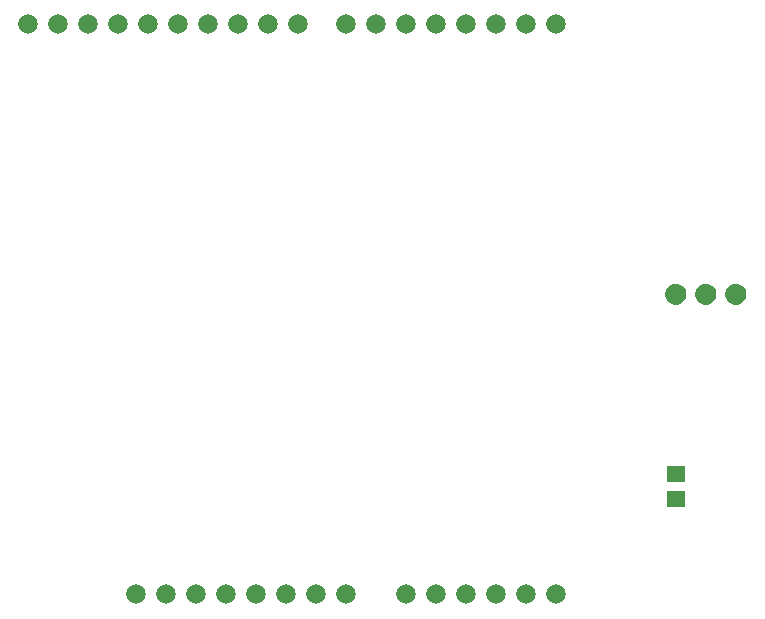
<source format=gtl>
G04 MADE WITH FRITZING*
G04 WWW.FRITZING.ORG*
G04 DOUBLE SIDED*
G04 HOLES PLATED*
G04 CONTOUR ON CENTER OF CONTOUR VECTOR*
%ASAXBY*%
%FSLAX23Y23*%
%MOIN*%
%OFA0B0*%
%SFA1.0B1.0*%
%ADD10C,0.065278*%
%ADD11C,0.070000*%
%ADD12R,0.059055X0.055118*%
%ADD13R,0.001000X0.001000*%
%LNCOPPER1*%
G90*
G70*
G54D10*
X2188Y190D03*
X2288Y190D03*
X2388Y190D03*
X2488Y190D03*
X2588Y190D03*
X1728Y2090D03*
X1628Y2090D03*
X1528Y2090D03*
X1428Y2090D03*
X1328Y2090D03*
X1228Y2090D03*
X1128Y2090D03*
X1028Y2090D03*
X928Y2090D03*
X828Y2090D03*
X2588Y2090D03*
X2488Y2090D03*
X2388Y2090D03*
X2288Y2090D03*
X2188Y2090D03*
X2088Y2090D03*
X1988Y2090D03*
X1888Y2090D03*
X1288Y190D03*
X1188Y190D03*
X1388Y190D03*
X1488Y190D03*
X1588Y190D03*
X1688Y190D03*
X1788Y190D03*
X1888Y190D03*
X2088Y190D03*
G54D11*
X2988Y1190D03*
X3088Y1190D03*
X3188Y1190D03*
G54D12*
X2988Y590D03*
X2988Y509D03*
G54D13*
X2982Y1225D02*
X2992Y1225D01*
X3082Y1225D02*
X3092Y1225D01*
X3182Y1225D02*
X3192Y1225D01*
X2978Y1224D02*
X2996Y1224D01*
X3078Y1224D02*
X3096Y1224D01*
X3178Y1224D02*
X3196Y1224D01*
X2975Y1223D02*
X2999Y1223D01*
X3075Y1223D02*
X3099Y1223D01*
X3175Y1223D02*
X3199Y1223D01*
X2973Y1222D02*
X3001Y1222D01*
X3073Y1222D02*
X3101Y1222D01*
X3173Y1222D02*
X3201Y1222D01*
X2970Y1221D02*
X3003Y1221D01*
X3070Y1221D02*
X3103Y1221D01*
X3170Y1221D02*
X3203Y1221D01*
X2969Y1220D02*
X3005Y1220D01*
X3069Y1220D02*
X3105Y1220D01*
X3169Y1220D02*
X3205Y1220D01*
X2967Y1219D02*
X3007Y1219D01*
X3067Y1219D02*
X3107Y1219D01*
X3167Y1219D02*
X3207Y1219D01*
X2966Y1218D02*
X3008Y1218D01*
X3066Y1218D02*
X3108Y1218D01*
X3166Y1218D02*
X3208Y1218D01*
X2965Y1217D02*
X3009Y1217D01*
X3065Y1217D02*
X3109Y1217D01*
X3165Y1217D02*
X3209Y1217D01*
X2963Y1216D02*
X3010Y1216D01*
X3063Y1216D02*
X3110Y1216D01*
X3163Y1216D02*
X3210Y1216D01*
X2962Y1215D02*
X3011Y1215D01*
X3062Y1215D02*
X3111Y1215D01*
X3162Y1215D02*
X3211Y1215D01*
X2961Y1214D02*
X3012Y1214D01*
X3061Y1214D02*
X3112Y1214D01*
X3161Y1214D02*
X3212Y1214D01*
X2961Y1213D02*
X3013Y1213D01*
X3061Y1213D02*
X3113Y1213D01*
X3161Y1213D02*
X3213Y1213D01*
X2960Y1212D02*
X3014Y1212D01*
X3060Y1212D02*
X3114Y1212D01*
X3160Y1212D02*
X3214Y1212D01*
X2959Y1211D02*
X3015Y1211D01*
X3059Y1211D02*
X3115Y1211D01*
X3159Y1211D02*
X3215Y1211D01*
X2958Y1210D02*
X3015Y1210D01*
X3058Y1210D02*
X3115Y1210D01*
X3158Y1210D02*
X3215Y1210D01*
X2958Y1209D02*
X3016Y1209D01*
X3058Y1209D02*
X3116Y1209D01*
X3158Y1209D02*
X3216Y1209D01*
X2957Y1208D02*
X3017Y1208D01*
X3057Y1208D02*
X3117Y1208D01*
X3157Y1208D02*
X3217Y1208D01*
X2957Y1207D02*
X3017Y1207D01*
X3057Y1207D02*
X3117Y1207D01*
X3157Y1207D02*
X3217Y1207D01*
X2956Y1206D02*
X3018Y1206D01*
X3056Y1206D02*
X3118Y1206D01*
X3156Y1206D02*
X3218Y1206D01*
X2956Y1205D02*
X2982Y1205D01*
X2992Y1205D02*
X3018Y1205D01*
X3056Y1205D02*
X3082Y1205D01*
X3092Y1205D02*
X3118Y1205D01*
X3156Y1205D02*
X3182Y1205D01*
X3192Y1205D02*
X3218Y1205D01*
X2955Y1204D02*
X2980Y1204D01*
X2994Y1204D02*
X3019Y1204D01*
X3055Y1204D02*
X3080Y1204D01*
X3094Y1204D02*
X3119Y1204D01*
X3155Y1204D02*
X3180Y1204D01*
X3194Y1204D02*
X3219Y1204D01*
X2955Y1203D02*
X2978Y1203D01*
X2996Y1203D02*
X3019Y1203D01*
X3055Y1203D02*
X3078Y1203D01*
X3096Y1203D02*
X3119Y1203D01*
X3155Y1203D02*
X3178Y1203D01*
X3196Y1203D02*
X3219Y1203D01*
X2955Y1202D02*
X2977Y1202D01*
X2997Y1202D02*
X3019Y1202D01*
X3055Y1202D02*
X3077Y1202D01*
X3097Y1202D02*
X3119Y1202D01*
X3155Y1202D02*
X3177Y1202D01*
X3197Y1202D02*
X3219Y1202D01*
X2954Y1201D02*
X2976Y1201D01*
X2998Y1201D02*
X3020Y1201D01*
X3054Y1201D02*
X3076Y1201D01*
X3098Y1201D02*
X3120Y1201D01*
X3154Y1201D02*
X3176Y1201D01*
X3198Y1201D02*
X3220Y1201D01*
X2954Y1200D02*
X2975Y1200D01*
X2999Y1200D02*
X3020Y1200D01*
X3054Y1200D02*
X3075Y1200D01*
X3099Y1200D02*
X3120Y1200D01*
X3154Y1200D02*
X3175Y1200D01*
X3199Y1200D02*
X3220Y1200D01*
X2954Y1199D02*
X2974Y1199D01*
X3000Y1199D02*
X3020Y1199D01*
X3054Y1199D02*
X3074Y1199D01*
X3100Y1199D02*
X3120Y1199D01*
X3154Y1199D02*
X3174Y1199D01*
X3200Y1199D02*
X3220Y1199D01*
X2953Y1198D02*
X2973Y1198D01*
X3001Y1198D02*
X3020Y1198D01*
X3053Y1198D02*
X3073Y1198D01*
X3101Y1198D02*
X3120Y1198D01*
X3153Y1198D02*
X3173Y1198D01*
X3201Y1198D02*
X3220Y1198D01*
X2953Y1197D02*
X2973Y1197D01*
X3001Y1197D02*
X3021Y1197D01*
X3053Y1197D02*
X3073Y1197D01*
X3101Y1197D02*
X3121Y1197D01*
X3153Y1197D02*
X3173Y1197D01*
X3201Y1197D02*
X3221Y1197D01*
X2953Y1196D02*
X2972Y1196D01*
X3002Y1196D02*
X3021Y1196D01*
X3053Y1196D02*
X3072Y1196D01*
X3102Y1196D02*
X3121Y1196D01*
X3153Y1196D02*
X3172Y1196D01*
X3202Y1196D02*
X3221Y1196D01*
X2953Y1195D02*
X2972Y1195D01*
X3002Y1195D02*
X3021Y1195D01*
X3053Y1195D02*
X3072Y1195D01*
X3102Y1195D02*
X3121Y1195D01*
X3153Y1195D02*
X3172Y1195D01*
X3202Y1195D02*
X3221Y1195D01*
X2953Y1194D02*
X2972Y1194D01*
X3002Y1194D02*
X3021Y1194D01*
X3053Y1194D02*
X3072Y1194D01*
X3102Y1194D02*
X3121Y1194D01*
X3153Y1194D02*
X3172Y1194D01*
X3202Y1194D02*
X3221Y1194D01*
X2953Y1193D02*
X2972Y1193D01*
X3002Y1193D02*
X3021Y1193D01*
X3053Y1193D02*
X3072Y1193D01*
X3102Y1193D02*
X3121Y1193D01*
X3153Y1193D02*
X3172Y1193D01*
X3202Y1193D02*
X3221Y1193D01*
X2953Y1192D02*
X2972Y1192D01*
X3002Y1192D02*
X3021Y1192D01*
X3053Y1192D02*
X3072Y1192D01*
X3102Y1192D02*
X3121Y1192D01*
X3152Y1192D02*
X3172Y1192D01*
X3202Y1192D02*
X3221Y1192D01*
X2952Y1191D02*
X2971Y1191D01*
X3002Y1191D02*
X3021Y1191D01*
X3052Y1191D02*
X3071Y1191D01*
X3102Y1191D02*
X3121Y1191D01*
X3152Y1191D02*
X3171Y1191D01*
X3202Y1191D02*
X3221Y1191D01*
X2952Y1190D02*
X2971Y1190D01*
X3002Y1190D02*
X3021Y1190D01*
X3052Y1190D02*
X3071Y1190D01*
X3102Y1190D02*
X3121Y1190D01*
X3152Y1190D02*
X3171Y1190D01*
X3202Y1190D02*
X3221Y1190D01*
X2953Y1189D02*
X2972Y1189D01*
X3002Y1189D02*
X3021Y1189D01*
X3053Y1189D02*
X3072Y1189D01*
X3102Y1189D02*
X3121Y1189D01*
X3152Y1189D02*
X3172Y1189D01*
X3202Y1189D02*
X3221Y1189D01*
X2953Y1188D02*
X2972Y1188D01*
X3002Y1188D02*
X3021Y1188D01*
X3053Y1188D02*
X3072Y1188D01*
X3102Y1188D02*
X3121Y1188D01*
X3153Y1188D02*
X3172Y1188D01*
X3202Y1188D02*
X3221Y1188D01*
X2953Y1187D02*
X2972Y1187D01*
X3002Y1187D02*
X3021Y1187D01*
X3053Y1187D02*
X3072Y1187D01*
X3102Y1187D02*
X3121Y1187D01*
X3153Y1187D02*
X3172Y1187D01*
X3202Y1187D02*
X3221Y1187D01*
X2953Y1186D02*
X2972Y1186D01*
X3002Y1186D02*
X3021Y1186D01*
X3053Y1186D02*
X3072Y1186D01*
X3102Y1186D02*
X3121Y1186D01*
X3153Y1186D02*
X3172Y1186D01*
X3202Y1186D02*
X3221Y1186D01*
X2953Y1185D02*
X2972Y1185D01*
X3002Y1185D02*
X3021Y1185D01*
X3053Y1185D02*
X3072Y1185D01*
X3101Y1185D02*
X3121Y1185D01*
X3153Y1185D02*
X3172Y1185D01*
X3201Y1185D02*
X3221Y1185D01*
X2953Y1184D02*
X2973Y1184D01*
X3001Y1184D02*
X3021Y1184D01*
X3053Y1184D02*
X3073Y1184D01*
X3101Y1184D02*
X3121Y1184D01*
X3153Y1184D02*
X3173Y1184D01*
X3201Y1184D02*
X3221Y1184D01*
X2953Y1183D02*
X2973Y1183D01*
X3000Y1183D02*
X3020Y1183D01*
X3053Y1183D02*
X3073Y1183D01*
X3100Y1183D02*
X3120Y1183D01*
X3153Y1183D02*
X3173Y1183D01*
X3200Y1183D02*
X3220Y1183D01*
X2954Y1182D02*
X2974Y1182D01*
X3000Y1182D02*
X3020Y1182D01*
X3054Y1182D02*
X3074Y1182D01*
X3100Y1182D02*
X3120Y1182D01*
X3154Y1182D02*
X3174Y1182D01*
X3200Y1182D02*
X3220Y1182D01*
X2954Y1181D02*
X2975Y1181D01*
X2999Y1181D02*
X3020Y1181D01*
X3054Y1181D02*
X3075Y1181D01*
X3099Y1181D02*
X3120Y1181D01*
X3154Y1181D02*
X3175Y1181D01*
X3199Y1181D02*
X3220Y1181D01*
X2954Y1180D02*
X2976Y1180D01*
X2998Y1180D02*
X3020Y1180D01*
X3054Y1180D02*
X3076Y1180D01*
X3098Y1180D02*
X3120Y1180D01*
X3154Y1180D02*
X3176Y1180D01*
X3198Y1180D02*
X3220Y1180D01*
X2955Y1179D02*
X2977Y1179D01*
X2997Y1179D02*
X3019Y1179D01*
X3055Y1179D02*
X3077Y1179D01*
X3097Y1179D02*
X3119Y1179D01*
X3155Y1179D02*
X3177Y1179D01*
X3197Y1179D02*
X3219Y1179D01*
X2955Y1178D02*
X2978Y1178D01*
X2996Y1178D02*
X3019Y1178D01*
X3055Y1178D02*
X3078Y1178D01*
X3096Y1178D02*
X3119Y1178D01*
X3155Y1178D02*
X3178Y1178D01*
X3196Y1178D02*
X3219Y1178D01*
X2955Y1177D02*
X2980Y1177D01*
X2994Y1177D02*
X3018Y1177D01*
X3055Y1177D02*
X3080Y1177D01*
X3094Y1177D02*
X3118Y1177D01*
X3155Y1177D02*
X3180Y1177D01*
X3194Y1177D02*
X3218Y1177D01*
X2956Y1176D02*
X2983Y1176D01*
X2991Y1176D02*
X3018Y1176D01*
X3056Y1176D02*
X3083Y1176D01*
X3091Y1176D02*
X3118Y1176D01*
X3156Y1176D02*
X3183Y1176D01*
X3191Y1176D02*
X3218Y1176D01*
X2956Y1175D02*
X3018Y1175D01*
X3056Y1175D02*
X3118Y1175D01*
X3156Y1175D02*
X3218Y1175D01*
X2957Y1174D02*
X3017Y1174D01*
X3057Y1174D02*
X3117Y1174D01*
X3157Y1174D02*
X3217Y1174D01*
X2957Y1173D02*
X3016Y1173D01*
X3057Y1173D02*
X3116Y1173D01*
X3157Y1173D02*
X3216Y1173D01*
X2958Y1172D02*
X3016Y1172D01*
X3058Y1172D02*
X3116Y1172D01*
X3158Y1172D02*
X3216Y1172D01*
X2959Y1171D02*
X3015Y1171D01*
X3059Y1171D02*
X3115Y1171D01*
X3159Y1171D02*
X3215Y1171D01*
X2959Y1170D02*
X3015Y1170D01*
X3059Y1170D02*
X3115Y1170D01*
X3159Y1170D02*
X3215Y1170D01*
X2960Y1169D02*
X3014Y1169D01*
X3060Y1169D02*
X3114Y1169D01*
X3160Y1169D02*
X3214Y1169D01*
X2961Y1168D02*
X3013Y1168D01*
X3061Y1168D02*
X3113Y1168D01*
X3161Y1168D02*
X3213Y1168D01*
X2962Y1167D02*
X3012Y1167D01*
X3062Y1167D02*
X3112Y1167D01*
X3162Y1167D02*
X3212Y1167D01*
X2963Y1166D02*
X3011Y1166D01*
X3063Y1166D02*
X3111Y1166D01*
X3163Y1166D02*
X3211Y1166D01*
X2964Y1165D02*
X3010Y1165D01*
X3064Y1165D02*
X3110Y1165D01*
X3164Y1165D02*
X3210Y1165D01*
X2965Y1164D02*
X3009Y1164D01*
X3065Y1164D02*
X3109Y1164D01*
X3165Y1164D02*
X3209Y1164D01*
X2966Y1163D02*
X3008Y1163D01*
X3066Y1163D02*
X3108Y1163D01*
X3166Y1163D02*
X3208Y1163D01*
X2967Y1162D02*
X3006Y1162D01*
X3067Y1162D02*
X3106Y1162D01*
X3167Y1162D02*
X3206Y1162D01*
X2969Y1161D02*
X3005Y1161D01*
X3069Y1161D02*
X3105Y1161D01*
X3169Y1161D02*
X3205Y1161D01*
X2971Y1160D02*
X3003Y1160D01*
X3071Y1160D02*
X3103Y1160D01*
X3171Y1160D02*
X3203Y1160D01*
X2973Y1159D02*
X3001Y1159D01*
X3073Y1159D02*
X3101Y1159D01*
X3173Y1159D02*
X3201Y1159D01*
X2975Y1158D02*
X2999Y1158D01*
X3075Y1158D02*
X3099Y1158D01*
X3175Y1158D02*
X3199Y1158D01*
X2978Y1157D02*
X2996Y1157D01*
X3078Y1157D02*
X3096Y1157D01*
X3178Y1157D02*
X3196Y1157D01*
X2983Y1156D02*
X2991Y1156D01*
X3083Y1156D02*
X3091Y1156D01*
X3183Y1156D02*
X3191Y1156D01*
D02*
G04 End of Copper1*
M02*
</source>
